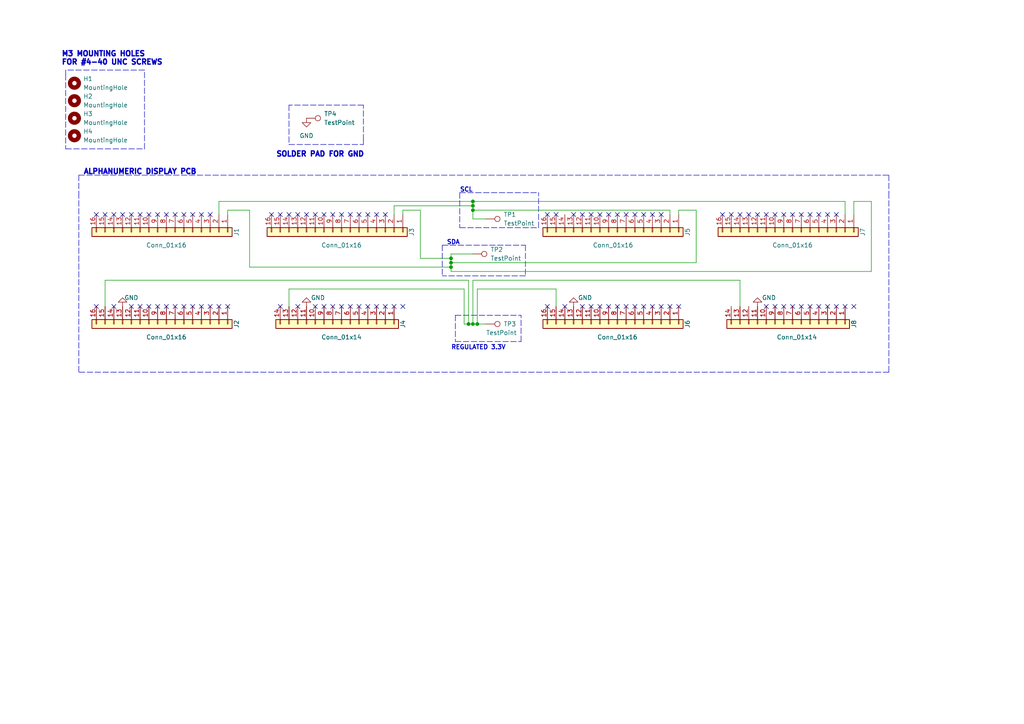
<source format=kicad_sch>
(kicad_sch (version 20211123) (generator eeschema)
  (paper "A4")
  (lib_symbols
    (symbol "Connector:TestPoint" (pin_numbers hide) (pin_names (offset 0.762) hide)
      (property "Reference" "TP" (at 0 6.858 0))
      (property "Value" "TestPoint" (at 0 5.08 0))
      (symbol "TestPoint_0_1"
        (circle (center 0 3.302) (radius 0.762))
      )
      (symbol "TestPoint_1_1"
        (pin passive line (at 0 0 90) (length 2.54) (name "1") (number "1"))
      )
    )
    (symbol "Connector_Generic:Conn_01x14" (pin_names (offset 1.016) hide)
      (property "Reference" "J" (at 0 17.78 0))
      (property "Value" "Conn_01x14" (at 0 -20.32 0))
      (symbol "Conn_01x14_1_1"
        (rectangle (start -1.27 -17.653) (end 0 -17.907) (stroke (width 0.1524)))
        (rectangle (start -1.27 -15.113) (end 0 -15.367) (stroke (width 0.1524)))
        (rectangle (start -1.27 -12.573) (end 0 -12.827) (stroke (width 0.1524)))
        (rectangle (start -1.27 -10.033) (end 0 -10.287) (stroke (width 0.1524)))
        (rectangle (start -1.27 -7.493) (end 0 -7.747) (stroke (width 0.1524)))
        (rectangle (start -1.27 -4.953) (end 0 -5.207) (stroke (width 0.1524)))
        (rectangle (start -1.27 -2.413) (end 0 -2.667) (stroke (width 0.1524)))
        (rectangle (start -1.27 0.127) (end 0 -0.127) (stroke (width 0.1524)))
        (rectangle (start -1.27 2.667) (end 0 2.413) (stroke (width 0.1524)))
        (rectangle (start -1.27 5.207) (end 0 4.953) (stroke (width 0.1524)))
        (rectangle (start -1.27 7.747) (end 0 7.493) (stroke (width 0.1524)))
        (rectangle (start -1.27 10.287) (end 0 10.033) (stroke (width 0.1524)))
        (rectangle (start -1.27 12.827) (end 0 12.573) (stroke (width 0.1524)))
        (rectangle (start -1.27 15.367) (end 0 15.113) (stroke (width 0.1524)))
        (rectangle (start -1.27 16.51) (end 1.27 -19.05) (stroke (width 0.254)) (fill (type background)))
        (pin passive line (at -5.08 15.24 0) (length 3.81) (name "Pin_1") (number "1"))
        (pin passive line (at -5.08 -7.62 0) (length 3.81) (name "Pin_10") (number "10"))
        (pin passive line (at -5.08 -10.16 0) (length 3.81) (name "Pin_11") (number "11"))
        (pin passive line (at -5.08 -12.7 0) (length 3.81) (name "Pin_12") (number "12"))
        (pin passive line (at -5.08 -15.24 0) (length 3.81) (name "Pin_13") (number "13"))
        (pin passive line (at -5.08 -17.78 0) (length 3.81) (name "Pin_14") (number "14"))
        (pin passive line (at -5.08 12.7 0) (length 3.81) (name "Pin_2") (number "2"))
        (pin passive line (at -5.08 10.16 0) (length 3.81) (name "Pin_3") (number "3"))
        (pin passive line (at -5.08 7.62 0) (length 3.81) (name "Pin_4") (number "4"))
        (pin passive line (at -5.08 5.08 0) (length 3.81) (name "Pin_5") (number "5"))
        (pin passive line (at -5.08 2.54 0) (length 3.81) (name "Pin_6") (number "6"))
        (pin passive line (at -5.08 0 0) (length 3.81) (name "Pin_7") (number "7"))
        (pin passive line (at -5.08 -2.54 0) (length 3.81) (name "Pin_8") (number "8"))
        (pin passive line (at -5.08 -5.08 0) (length 3.81) (name "Pin_9") (number "9"))
      )
    )
    (symbol "Connector_Generic:Conn_01x16" (pin_names (offset 1.016) hide)
      (property "Reference" "J" (at 0 20.32 0))
      (property "Value" "Conn_01x16" (at 0 -22.86 0))
      (symbol "Conn_01x16_1_1"
        (rectangle (start -1.27 -20.193) (end 0 -20.447) (stroke (width 0.1524)))
        (rectangle (start -1.27 -17.653) (end 0 -17.907) (stroke (width 0.1524)))
        (rectangle (start -1.27 -15.113) (end 0 -15.367) (stroke (width 0.1524)))
        (rectangle (start -1.27 -12.573) (end 0 -12.827) (stroke (width 0.1524)))
        (rectangle (start -1.27 -10.033) (end 0 -10.287) (stroke (width 0.1524)))
        (rectangle (start -1.27 -7.493) (end 0 -7.747) (stroke (width 0.1524)))
        (rectangle (start -1.27 -4.953) (end 0 -5.207) (stroke (width 0.1524)))
        (rectangle (start -1.27 -2.413) (end 0 -2.667) (stroke (width 0.1524)))
        (rectangle (start -1.27 0.127) (end 0 -0.127) (stroke (width 0.1524)))
        (rectangle (start -1.27 2.667) (end 0 2.413) (stroke (width 0.1524)))
        (rectangle (start -1.27 5.207) (end 0 4.953) (stroke (width 0.1524)))
        (rectangle (start -1.27 7.747) (end 0 7.493) (stroke (width 0.1524)))
        (rectangle (start -1.27 10.287) (end 0 10.033) (stroke (width 0.1524)))
        (rectangle (start -1.27 12.827) (end 0 12.573) (stroke (width 0.1524)))
        (rectangle (start -1.27 15.367) (end 0 15.113) (stroke (width 0.1524)))
        (rectangle (start -1.27 17.907) (end 0 17.653) (stroke (width 0.1524)))
        (rectangle (start -1.27 19.05) (end 1.27 -21.59) (stroke (width 0.254)) (fill (type background)))
        (pin passive line (at -5.08 17.78 0) (length 3.81) (name "Pin_1") (number "1"))
        (pin passive line (at -5.08 -5.08 0) (length 3.81) (name "Pin_10") (number "10"))
        (pin passive line (at -5.08 -7.62 0) (length 3.81) (name "Pin_11") (number "11"))
        (pin passive line (at -5.08 -10.16 0) (length 3.81) (name "Pin_12") (number "12"))
        (pin passive line (at -5.08 -12.7 0) (length 3.81) (name "Pin_13") (number "13"))
        (pin passive line (at -5.08 -15.24 0) (length 3.81) (name "Pin_14") (number "14"))
        (pin passive line (at -5.08 -17.78 0) (length 3.81) (name "Pin_15") (number "15"))
        (pin passive line (at -5.08 -20.32 0) (length 3.81) (name "Pin_16") (number "16"))
        (pin passive line (at -5.08 15.24 0) (length 3.81) (name "Pin_2") (number "2"))
        (pin passive line (at -5.08 12.7 0) (length 3.81) (name "Pin_3") (number "3"))
        (pin passive line (at -5.08 10.16 0) (length 3.81) (name "Pin_4") (number "4"))
        (pin passive line (at -5.08 7.62 0) (length 3.81) (name "Pin_5") (number "5"))
        (pin passive line (at -5.08 5.08 0) (length 3.81) (name "Pin_6") (number "6"))
        (pin passive line (at -5.08 2.54 0) (length 3.81) (name "Pin_7") (number "7"))
        (pin passive line (at -5.08 0 0) (length 3.81) (name "Pin_8") (number "8"))
        (pin passive line (at -5.08 -2.54 0) (length 3.81) (name "Pin_9") (number "9"))
      )
    )
    (symbol "Mechanical:MountingHole" (pin_names (offset 1.016))
      (property "Reference" "H" (at 0 5.08 0))
      (property "Value" "MountingHole" (at 0 3.175 0))
      (symbol "MountingHole_0_1"
        (circle (center 0 0) (radius 1.27) (stroke (width 1.27)))
      )
    )
    (symbol "power:GND" (power) (pin_names (offset 0))
      (property "Value" "GND" (at 0 -3.81 0))
      (symbol "GND_0_1"
        (polyline (pts (xy 0 0) (xy 0 -1.27) (xy 1.27 -1.27) (xy 0 -2.54) (xy -1.27 -1.27) (xy 0 -1.27)))
      )
      (symbol "GND_1_1"
        (pin power_in line (at 0 0 270) (length 0) hide (name "GND") (number "1"))
      )
    )
  )
  (junction (at 130.81 74.93))
  (junction (at 137.16 59.69))
  (junction (at 137.16 58.42))
  (junction (at 130.81 77.47))
  (junction (at 135.89 93.98))
  (junction (at 137.16 60.96))
  (junction (at 130.81 76.2))
  (junction (at 137.16 93.98))
  (junction (at 138.43 93.98))
  (no_connect (at 191.77 62.23))
  (no_connect (at 189.23 62.23))
  (no_connect (at 186.69 62.23))
  (no_connect (at 171.45 88.9))
  (no_connect (at 186.69 88.9))
  (no_connect (at 189.23 88.9))
  (no_connect (at 191.77 88.9))
  (no_connect (at 194.31 88.9))
  (no_connect (at 91.44 88.9))
  (no_connect (at 93.98 88.9))
  (no_connect (at 96.52 88.9))
  (no_connect (at 99.06 88.9))
  (no_connect (at 101.6 88.9))
  (no_connect (at 114.3 88.9))
  (no_connect (at 104.14 88.9))
  (no_connect (at 106.68 88.9))
  (no_connect (at 109.22 88.9))
  (no_connect (at 111.76 88.9))
  (no_connect (at 40.64 88.9))
  (no_connect (at 43.18 88.9))
  (no_connect (at 60.96 88.9))
  (no_connect (at 63.5 88.9))
  (no_connect (at 45.72 88.9))
  (no_connect (at 48.26 88.9))
  (no_connect (at 50.8 88.9))
  (no_connect (at 53.34 88.9))
  (no_connect (at 55.88 88.9))
  (no_connect (at 58.42 88.9))
  (no_connect (at 222.25 88.9))
  (no_connect (at 224.79 88.9))
  (no_connect (at 245.11 88.9))
  (no_connect (at 173.99 88.9))
  (no_connect (at 176.53 88.9))
  (no_connect (at 179.07 88.9))
  (no_connect (at 181.61 88.9))
  (no_connect (at 184.15 88.9))
  (no_connect (at 227.33 88.9))
  (no_connect (at 229.87 88.9))
  (no_connect (at 232.41 88.9))
  (no_connect (at 234.95 88.9))
  (no_connect (at 237.49 88.9))
  (no_connect (at 240.03 88.9))
  (no_connect (at 242.57 88.9))
  (no_connect (at 158.75 62.23))
  (no_connect (at 161.29 62.23))
  (no_connect (at 83.82 62.23))
  (no_connect (at 78.74 62.23))
  (no_connect (at 81.28 62.23))
  (no_connect (at 168.91 88.9))
  (no_connect (at 247.65 88.9))
  (no_connect (at 196.85 88.9))
  (no_connect (at 27.94 62.23))
  (no_connect (at 30.48 62.23))
  (no_connect (at 33.02 62.23))
  (no_connect (at 27.94 88.9))
  (no_connect (at 66.04 88.9))
  (no_connect (at 38.1 88.9))
  (no_connect (at 33.02 88.9))
  (no_connect (at 45.72 62.23))
  (no_connect (at 48.26 62.23))
  (no_connect (at 50.8 62.23))
  (no_connect (at 53.34 62.23))
  (no_connect (at 96.52 62.23))
  (no_connect (at 104.14 62.23))
  (no_connect (at 86.36 62.23))
  (no_connect (at 88.9 62.23))
  (no_connect (at 91.44 62.23))
  (no_connect (at 93.98 62.23))
  (no_connect (at 99.06 62.23))
  (no_connect (at 101.6 62.23))
  (no_connect (at 217.17 62.23))
  (no_connect (at 179.07 62.23))
  (no_connect (at 181.61 62.23))
  (no_connect (at 184.15 62.23))
  (no_connect (at 219.71 62.23))
  (no_connect (at 222.25 62.23))
  (no_connect (at 224.79 62.23))
  (no_connect (at 227.33 62.23))
  (no_connect (at 229.87 62.23))
  (no_connect (at 232.41 62.23))
  (no_connect (at 234.95 62.23))
  (no_connect (at 168.91 62.23))
  (no_connect (at 166.37 62.23))
  (no_connect (at 171.45 62.23))
  (no_connect (at 173.99 62.23))
  (no_connect (at 176.53 62.23))
  (no_connect (at 43.18 62.23))
  (no_connect (at 35.56 62.23))
  (no_connect (at 38.1 62.23))
  (no_connect (at 40.64 62.23))
  (no_connect (at 86.36 88.9))
  (no_connect (at 81.28 88.9))
  (no_connect (at 242.57 62.23))
  (no_connect (at 237.49 62.23))
  (no_connect (at 240.03 62.23))
  (no_connect (at 209.55 62.23))
  (no_connect (at 212.09 62.23))
  (no_connect (at 214.63 62.23))
  (no_connect (at 106.68 62.23))
  (no_connect (at 109.22 62.23))
  (no_connect (at 111.76 62.23))
  (no_connect (at 158.75 88.9))
  (no_connect (at 163.83 88.9))
  (no_connect (at 116.84 88.9))
  (no_connect (at 55.88 62.23))
  (no_connect (at 60.96 62.23))
  (no_connect (at 58.42 62.23))
  (wire (pts (xy 137.16 73.66) (xy 130.81 73.66)))
  (wire (pts (xy 137.16 60.96) (xy 194.31 60.96)))
  (wire (pts (xy 30.48 88.9) (xy 30.48 81.28)))
  (wire (pts (xy 135.89 93.98) (xy 137.16 93.98)))
  (polyline (pts (xy 152.4 80.01) (xy 128.27 80.01)))
  (wire (pts (xy 161.29 88.9) (xy 161.29 83.82)))
  (polyline (pts (xy 132.08 91.44) (xy 132.08 99.06)))
  (wire (pts (xy 30.48 81.28) (xy 135.89 81.28)))
  (wire (pts (xy 72.39 60.96) (xy 72.39 77.47)))
  (wire (pts (xy 137.16 58.42) (xy 245.11 58.42)))
  (polyline (pts (xy 257.81 107.95) (xy 22.86 107.95)))
  (wire (pts (xy 66.04 60.96) (xy 66.04 62.23)))
  (wire (pts (xy 137.16 93.98) (xy 138.43 93.98)))
  (wire (pts (xy 138.43 83.82) (xy 161.29 83.82)))
  (polyline (pts (xy 257.81 50.8) (xy 257.81 55.88)))
  (wire (pts (xy 66.04 60.96) (xy 72.39 60.96)))
  (wire (pts (xy 121.92 74.93) (xy 130.81 74.93)))
  (wire (pts (xy 137.16 58.42) (xy 137.16 59.69)))
  (polyline (pts (xy 156.21 66.04) (xy 156.21 55.88)))
  (polyline (pts (xy 133.35 55.88) (xy 156.21 55.88)))
  (wire (pts (xy 83.82 83.82) (xy 134.62 83.82)))
  (wire (pts (xy 138.43 83.82) (xy 138.43 93.98)))
  (polyline (pts (xy 22.86 50.8) (xy 257.81 50.8)))
  (polyline (pts (xy 257.81 55.88) (xy 257.81 107.95)))
  (wire (pts (xy 137.16 81.28) (xy 214.63 81.28)))
  (wire (pts (xy 72.39 77.47) (xy 130.81 77.47)))
  (wire (pts (xy 121.92 60.96) (xy 121.92 74.93)))
  (wire (pts (xy 135.89 81.28) (xy 135.89 93.98)))
  (wire (pts (xy 247.65 58.42) (xy 252.73 58.42)))
  (wire (pts (xy 137.16 60.96) (xy 137.16 63.5)))
  (polyline (pts (xy 151.13 99.06) (xy 151.13 91.44)))
  (wire (pts (xy 63.5 58.42) (xy 137.16 58.42)))
  (polyline (pts (xy 22.86 50.8) (xy 22.86 55.88)))
  (polyline (pts (xy 128.27 71.12) (xy 128.27 80.01)))
  (polyline (pts (xy 83.82 30.48) (xy 83.82 41.91)))
  (wire (pts (xy 130.81 76.2) (xy 201.93 76.2)))
  (wire (pts (xy 214.63 88.9) (xy 214.63 81.28)))
  (wire (pts (xy 130.81 76.2) (xy 130.81 77.47)))
  (polyline (pts (xy 132.08 99.06) (xy 151.13 99.06)))
  (polyline (pts (xy 105.41 40.64) (xy 105.41 41.91)))
  (polyline (pts (xy 19.05 20.32) (xy 19.05 21.59)))
  (wire (pts (xy 247.65 62.23) (xy 247.65 58.42)))
  (wire (pts (xy 194.31 60.96) (xy 194.31 62.23)))
  (wire (pts (xy 196.85 60.96) (xy 196.85 62.23)))
  (polyline (pts (xy 22.86 55.88) (xy 22.86 107.95)))
  (polyline (pts (xy 128.27 71.12) (xy 152.4 71.12)))
  (wire (pts (xy 137.16 81.28) (xy 137.16 93.98)))
  (polyline (pts (xy 19.05 43.18) (xy 41.91 43.18)))
  (wire (pts (xy 116.84 60.96) (xy 116.84 62.23)))
  (wire (pts (xy 140.97 63.5) (xy 137.16 63.5)))
  (polyline (pts (xy 132.08 91.44) (xy 151.13 91.44)))
  (wire (pts (xy 252.73 58.42) (xy 252.73 78.74)))
  (wire (pts (xy 134.62 83.82) (xy 134.62 93.98)))
  (wire (pts (xy 130.81 77.47) (xy 130.81 78.74)))
  (polyline (pts (xy 133.35 55.88) (xy 133.35 66.04)))
  (polyline (pts (xy 105.41 40.64) (xy 105.41 30.48)))
  (polyline (pts (xy 41.91 43.18) (xy 41.91 20.32)))
  (wire (pts (xy 130.81 78.74) (xy 252.73 78.74)))
  (polyline (pts (xy 41.91 20.32) (xy 19.05 20.32)))
  (polyline (pts (xy 133.35 66.04) (xy 156.21 66.04)))
  (wire (pts (xy 116.84 60.96) (xy 121.92 60.96)))
  (wire (pts (xy 134.62 93.98) (xy 135.89 93.98)))
  (wire (pts (xy 138.43 93.98) (xy 140.97 93.98)))
  (wire (pts (xy 201.93 60.96) (xy 201.93 76.2)))
  (wire (pts (xy 130.81 73.66) (xy 130.81 74.93)))
  (polyline (pts (xy 19.05 21.59) (xy 19.05 43.18)))
  (wire (pts (xy 201.93 60.96) (xy 196.85 60.96)))
  (wire (pts (xy 130.81 74.93) (xy 130.81 76.2)))
  (wire (pts (xy 137.16 59.69) (xy 137.16 60.96)))
  (wire (pts (xy 114.3 59.69) (xy 137.16 59.69)))
  (wire (pts (xy 63.5 58.42) (xy 63.5 62.23)))
  (wire (pts (xy 114.3 59.69) (xy 114.3 62.23)))
  (polyline (pts (xy 105.41 30.48) (xy 83.82 30.48)))
  (polyline (pts (xy 83.82 41.91) (xy 105.41 41.91)))
  (wire (pts (xy 245.11 62.23) (xy 245.11 58.42)))
  (polyline (pts (xy 152.4 71.12) (xy 152.4 80.01)))
  (wire (pts (xy 83.82 83.82) (xy 83.82 88.9)))
  (text "SDA" (at 129.54 71.12 0) (effects (font (size 1.27 1.27) (thickness 0.254) bold) (justify left bottom)))
  (text "ALPHANUMERIC DISPLAY PCB" (at 24.13 50.8 0) (effects (font (size 1.5 1.5) (thickness 0.4) bold) (justify left bottom)))
  (text "SCL" (at 133.35 55.88 0) (effects (font (size 1.27 1.27) (thickness 0.254) bold) (justify left bottom)))
  (text "M3 MOUNTING HOLES\nFOR #4-40 UNC SCREWS" (at 17.78 19.05 0) (effects (font (size 1.5 1.5) (thickness 0.5) bold) (justify left bottom)))
  (text "REGULATED 3.3V " (at 130.81 101.6 0) (effects (font (size 1.27 1.27) (thickness 0.254) bold) (justify left bottom)))
  (text "SOLDER PAD FOR GND" (at 80.01 45.72 0) (effects (font (size 1.5 1.5) (thickness 0.4) bold) (justify left bottom)))
  (symbol (lib_id "Connector_Generic:Conn_01x14") (at 229.87 93.98 270) (unit 1)
    (property "Reference" "J8" (at 247.65 93.98 0))
    (property "Value" "Conn_01x14" (at 231.14 97.79 90))
    (property "Footprint" "Connector_PinHeader_2.54mm:PinHeader_1x14_P2.54mm_Vertical" (effects hide))
  )
  (symbol (lib_id "Connector_Generic:Conn_01x16") (at 48.26 67.31 270) (unit 1)
    (property "Reference" "J1" (at 68.58 67.31 0))
    (property "Value" "Conn_01x16" (at 48.26 71.12 90))
    (property "Footprint" "Connector_PinHeader_2.54mm:PinHeader_1x16_P2.54mm_Vertical" (effects hide))
  )
  (symbol (lib_id "power:GND") (at 219.71 88.9 180) (unit 1)
    (property "Reference" "#PWR0102" (effects hide))
    (property "Value" "GND" (at 220.98 86.36 0) (effects (justify right)))
  )
  (symbol (lib_id "Connector_Generic:Conn_01x16") (at 99.06 67.31 270) (unit 1)
    (property "Reference" "J3" (at 119.38 67.31 0))
    (property "Value" "Conn_01x16" (at 99.06 71.12 90))
    (property "Footprint" "Connector_PinHeader_2.54mm:PinHeader_1x16_P2.54mm_Vertical" (effects hide))
  )
  (symbol (lib_id "Connector_Generic:Conn_01x16") (at 179.07 67.31 270) (unit 1)
    (property "Reference" "J5" (at 199.39 67.31 0))
    (property "Value" "Conn_01x16" (at 177.8 71.12 90))
    (property "Footprint" "Connector_PinHeader_2.54mm:PinHeader_1x16_P2.54mm_Vertical" (effects hide))
  )
  (symbol (lib_id "Connector_Generic:Conn_01x14") (at 99.06 93.98 270) (unit 1)
    (property "Reference" "J4" (at 116.84 93.98 0))
    (property "Value" "Conn_01x14" (at 99.06 97.79 90))
    (property "Footprint" "Connector_PinHeader_2.54mm:PinHeader_1x14_P2.54mm_Vertical" (effects hide))
  )
  (symbol (lib_id "Mechanical:MountingHole") (at 21.59 24.13 0) (unit 1)
    (property "Reference" "H1" (at 24.13 22.8599 0) (effects (justify left)))
    (property "Value" "MountingHole" (at 24.13 25.3999 0) (effects (justify left)))
    (property "Footprint" "MountingHole:MountingHole_3.2mm_M3" (effects hide))
  )
  (symbol (lib_id "power:GND") (at 88.9 88.9 180) (unit 1)
    (property "Reference" "#PWR0103" (effects hide))
    (property "Value" "GND" (at 90.17 86.36 0) (effects (justify right)))
  )
  (symbol (lib_id "Mechanical:MountingHole") (at 21.59 39.37 0) (unit 1)
    (property "Reference" "H4" (at 24.13 38.0999 0) (effects (justify left)))
    (property "Value" "MountingHole" (at 24.13 40.6399 0) (effects (justify left)))
    (property "Footprint" "MountingHole:MountingHole_3.2mm_M3" (effects hide))
  )
  (symbol (lib_id "Mechanical:MountingHole") (at 21.59 34.29 0) (unit 1)
    (property "Reference" "H3" (at 24.13 33.0199 0) (effects (justify left)))
    (property "Value" "MountingHole" (at 24.13 35.5599 0) (effects (justify left)))
    (property "Footprint" "MountingHole:MountingHole_3.2mm_M3" (effects hide))
  )
  (symbol (lib_id "Connector:TestPoint") (at 137.16 73.66 270) (unit 1)
    (property "Reference" "TP2" (at 142.24 72.3899 90) (effects (justify left)))
    (property "Value" "TestPoint" (at 142.24 74.9299 90) (effects (justify left)))
    (property "Footprint" "Connector_Wire:SolderWirePad_1x01_SMD_5x10mm" (effects hide))
  )
  (symbol (lib_id "Connector_Generic:Conn_01x16") (at 179.07 93.98 270) (unit 1)
    (property "Reference" "J6" (at 199.39 93.98 0))
    (property "Value" "Conn_01x16" (at 179.07 97.79 90))
    (property "Footprint" "Connector_PinHeader_2.54mm:PinHeader_1x16_P2.54mm_Vertical" (effects hide))
  )
  (symbol (lib_id "Connector_Generic:Conn_01x16") (at 229.87 67.31 270) (unit 1)
    (property "Reference" "J7" (at 250.19 67.31 0))
    (property "Value" "Conn_01x16" (at 229.87 71.12 90))
    (property "Footprint" "Connector_PinHeader_2.54mm:PinHeader_1x16_P2.54mm_Vertical" (effects hide))
  )
  (symbol (lib_id "Connector:TestPoint") (at 88.9 34.29 270) (unit 1)
    (property "Reference" "TP4" (at 93.98 33.0199 90) (effects (justify left)))
    (property "Value" "TestPoint" (at 93.98 35.56 90) (effects (justify left)))
    (property "Footprint" "Connector_Wire:SolderWirePad_1x01_SMD_5x10mm" (effects hide))
  )
  (symbol (lib_id "power:GND") (at 35.56 88.9 180) (unit 1)
    (property "Reference" "#PWR0104" (effects hide))
    (property "Value" "GND" (at 38.1 86.36 0))
  )
  (symbol (lib_id "Connector:TestPoint") (at 140.97 93.98 270) (unit 1)
    (property "Reference" "TP3" (at 146.05 93.98 90) (effects (justify left)))
    (property "Value" "TestPoint" (at 140.97 96.52 90) (effects (justify left)))
    (property "Footprint" "Connector_Wire:SolderWirePad_1x01_SMD_5x10mm" (effects hide))
  )
  (symbol (lib_id "Mechanical:MountingHole") (at 21.59 29.21 0) (unit 1)
    (property "Reference" "H2" (at 24.13 27.9399 0) (effects (justify left)))
    (property "Value" "MountingHole" (at 24.13 30.4799 0) (effects (justify left)))
    (property "Footprint" "MountingHole:MountingHole_3.2mm_M3" (effects hide))
  )
  (symbol (lib_id "power:GND") (at 88.9 34.29 0) (unit 1)
    (property "Reference" "#PWR0105" (effects hide))
    (property "Value" "GND" (at 88.9 39.37 0))
  )
  (symbol (lib_id "Connector:TestPoint") (at 140.97 63.5 270) (unit 1)
    (property "Reference" "TP1" (at 146.05 62.2299 90) (effects (justify left)))
    (property "Value" "TestPoint" (at 146.05 64.7699 90) (effects (justify left)))
    (property "Footprint" "Connector_Wire:SolderWirePad_1x01_SMD_5x10mm" (effects hide))
  )
  (symbol (lib_id "power:GND") (at 166.37 88.9 180) (unit 1)
    (property "Reference" "#PWR0101" (effects hide))
    (property "Value" "GND" (at 167.64 86.36 0) (effects (justify right)))
  )
  (symbol (lib_id "Connector_Generic:Conn_01x16") (at 48.26 93.98 270) (unit 1)
    (property "Reference" "J2" (at 68.58 93.98 0))
    (property "Value" "Conn_01x16" (at 48.26 97.79 90))
    (property "Footprint" "Connector_PinHeader_2.54mm:PinHeader_1x16_P2.54mm_Vertical" (effects hide))
  )
)
</source>
